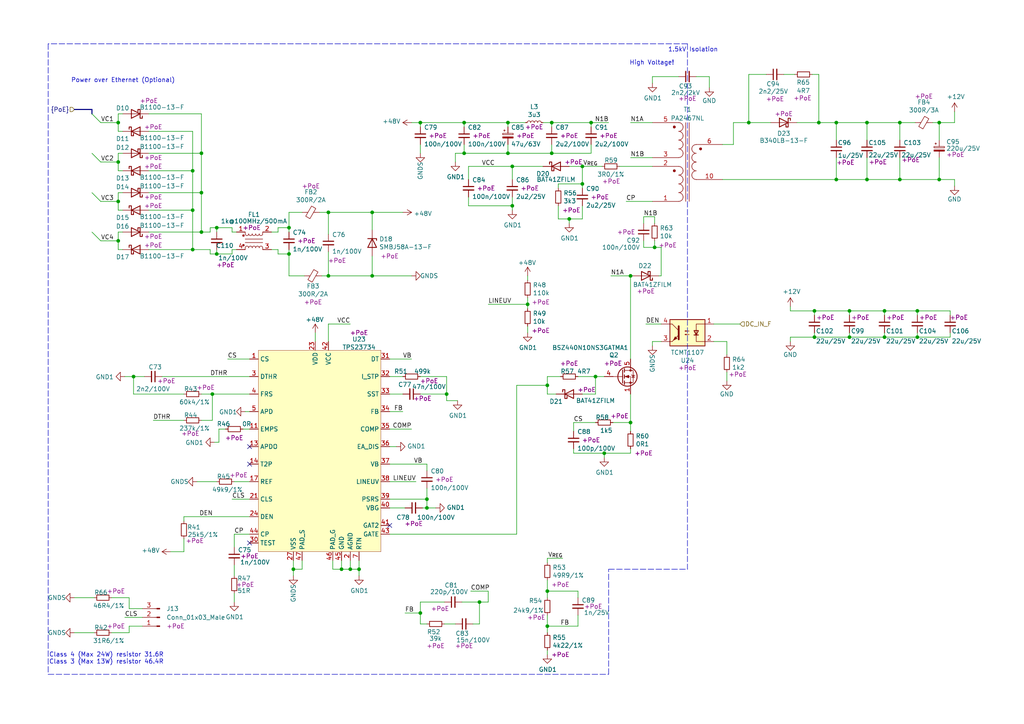
<source format=kicad_sch>
(kicad_sch (version 20210621) (generator eeschema)
  (paper "A4")
  (title_block (title "Power over Ethernet") (date "2021-01-12") (rev "0.1") (company "Nabu Casa") (comment 1 "www.nabucasa.com") (comment 2 "Amber"))
  (junction (at 34.29 35.56) (diameter 0.9144))
  (junction (at 34.29 46.99) (diameter 0.9144))
  (junction (at 34.29 58.42) (diameter 0.9144))
  (junction (at 34.29 69.85) (diameter 0.9144))
  (junction (at 38.735 109.22) (diameter 0.9144))
  (junction (at 55.88 49.53) (diameter 0.9144))
  (junction (at 55.88 60.96) (diameter 0.9144))
  (junction (at 55.88 72.39) (diameter 0.9144))
  (junction (at 58.42 44.45) (diameter 0.9144))
  (junction (at 58.42 55.88) (diameter 0.9144))
  (junction (at 58.42 67.31) (diameter 0.9144))
  (junction (at 61.595 114.3) (diameter 0.9144))
  (junction (at 62.865 66.04) (diameter 0.9144))
  (junction (at 62.865 73.66) (diameter 0.9144))
  (junction (at 83.82 66.04) (diameter 0.9144))
  (junction (at 83.82 73.66) (diameter 0.9144))
  (junction (at 85.09 165.1) (diameter 0.9144))
  (junction (at 95.25 61.595) (diameter 0.9144))
  (junction (at 95.25 80.01) (diameter 0.9144))
  (junction (at 99.06 165.1) (diameter 0.9144))
  (junction (at 101.6 165.1) (diameter 0.9144))
  (junction (at 104.14 165.1) (diameter 0.9144))
  (junction (at 107.95 61.595) (diameter 0.9144))
  (junction (at 107.95 80.01) (diameter 0.9144))
  (junction (at 121.92 35.56) (diameter 0.9144))
  (junction (at 121.92 177.8) (diameter 0.9144))
  (junction (at 123.825 144.78) (diameter 0.9144))
  (junction (at 123.825 147.32) (diameter 0.9144))
  (junction (at 129.54 114.3) (diameter 0.9144))
  (junction (at 134.62 35.56) (diameter 0.9144))
  (junction (at 134.62 44.45) (diameter 0.9144))
  (junction (at 139.065 174.625) (diameter 0.9144))
  (junction (at 147.32 35.56) (diameter 0.9144))
  (junction (at 147.32 44.45) (diameter 0.9144))
  (junction (at 148.59 48.26) (diameter 0.9144))
  (junction (at 148.59 59.69) (diameter 0.9144))
  (junction (at 153.035 88.265) (diameter 0.9144))
  (junction (at 158.75 111.76) (diameter 0.9144))
  (junction (at 158.75 171.45) (diameter 0.9144))
  (junction (at 158.75 181.61) (diameter 0.9144))
  (junction (at 160.02 35.56) (diameter 0.9144))
  (junction (at 160.02 44.45) (diameter 0.9144))
  (junction (at 165.1 63.5) (diameter 0.9144))
  (junction (at 168.91 48.26) (diameter 0.9144))
  (junction (at 168.91 53.34) (diameter 0.9144))
  (junction (at 171.45 35.56) (diameter 0.9144))
  (junction (at 172.72 109.22) (diameter 0.9144))
  (junction (at 175.26 131.445) (diameter 0.9144))
  (junction (at 182.88 80.01) (diameter 0.9144))
  (junction (at 182.88 122.555) (diameter 0.9144))
  (junction (at 189.865 71.755) (diameter 0.9144))
  (junction (at 217.17 35.56) (diameter 0.9144))
  (junction (at 236.22 90.17) (diameter 0.9144))
  (junction (at 236.22 97.79) (diameter 0.9144))
  (junction (at 237.49 35.56) (diameter 0.9144))
  (junction (at 242.57 35.56) (diameter 0.9144))
  (junction (at 242.57 52.07) (diameter 0.9144))
  (junction (at 246.38 90.17) (diameter 0.9144))
  (junction (at 246.38 97.79) (diameter 0.9144))
  (junction (at 251.46 35.56) (diameter 0.9144))
  (junction (at 251.46 52.07) (diameter 0.9144))
  (junction (at 256.54 90.17) (diameter 0.9144))
  (junction (at 256.54 97.79) (diameter 0.9144))
  (junction (at 260.985 35.56) (diameter 0.9144))
  (junction (at 260.985 52.07) (diameter 0.9144))
  (junction (at 266.065 90.17) (diameter 0.9144))
  (junction (at 266.065 97.79) (diameter 0.9144))
  (junction (at 272.415 35.56) (diameter 0.9144))
  (junction (at 272.415 52.07) (diameter 0.9144))
  (no_connect (at 72.39 129.54))
  (no_connect (at 72.39 134.62))
  (no_connect (at 72.39 157.48))
  (no_connect (at 113.03 152.4))
  (bus_entry (at 26.67 33.02) (size 2.54 2.54) (stroke (width 0.1524)))
  (bus_entry (at 26.67 44.45) (size 2.54 2.54) (stroke (width 0.1524)))
  (bus_entry (at 26.67 55.88) (size 2.54 2.54) (stroke (width 0.1524)))
  (bus_entry (at 26.67 67.31) (size 2.54 2.54) (stroke (width 0.1524)))
  (wire (pts (xy 21.59 173.355) (xy 27.305 173.355)))
  (wire (pts (xy 21.59 183.515) (xy 27.305 183.515)))
  (wire (pts (xy 29.21 35.56) (xy 34.29 35.56)))
  (wire (pts (xy 29.21 46.99) (xy 34.29 46.99)))
  (wire (pts (xy 29.21 58.42) (xy 34.29 58.42)))
  (wire (pts (xy 29.21 69.85) (xy 34.29 69.85)))
  (wire (pts (xy 34.29 33.02) (xy 34.29 35.56)))
  (wire (pts (xy 34.29 38.1) (xy 34.29 35.56)))
  (wire (pts (xy 34.29 44.45) (xy 34.29 46.99)))
  (wire (pts (xy 34.29 49.53) (xy 34.29 46.99)))
  (wire (pts (xy 34.29 55.88) (xy 34.29 58.42)))
  (wire (pts (xy 34.29 60.96) (xy 34.29 58.42)))
  (wire (pts (xy 34.29 67.31) (xy 34.29 69.85)))
  (wire (pts (xy 34.29 72.39) (xy 34.29 69.85)))
  (wire (pts (xy 35.56 33.02) (xy 34.29 33.02)))
  (wire (pts (xy 35.56 38.1) (xy 34.29 38.1)))
  (wire (pts (xy 35.56 44.45) (xy 34.29 44.45)))
  (wire (pts (xy 35.56 49.53) (xy 34.29 49.53)))
  (wire (pts (xy 35.56 55.88) (xy 34.29 55.88)))
  (wire (pts (xy 35.56 60.96) (xy 34.29 60.96)))
  (wire (pts (xy 35.56 67.31) (xy 34.29 67.31)))
  (wire (pts (xy 35.56 72.39) (xy 34.29 72.39)))
  (wire (pts (xy 36.195 109.22) (xy 38.735 109.22)))
  (wire (pts (xy 36.195 179.07) (xy 41.275 179.07)))
  (wire (pts (xy 37.465 173.355) (xy 32.385 173.355)))
  (wire (pts (xy 37.465 176.53) (xy 37.465 173.355)))
  (wire (pts (xy 37.465 181.61) (xy 37.465 183.515)))
  (wire (pts (xy 37.465 183.515) (xy 32.385 183.515)))
  (wire (pts (xy 38.735 109.22) (xy 41.91 109.22)))
  (wire (pts (xy 38.735 114.3) (xy 38.735 109.22)))
  (wire (pts (xy 41.275 176.53) (xy 37.465 176.53)))
  (wire (pts (xy 41.275 181.61) (xy 37.465 181.61)))
  (wire (pts (xy 43.18 33.02) (xy 58.42 33.02)))
  (wire (pts (xy 43.18 38.1) (xy 55.88 38.1)))
  (wire (pts (xy 43.18 44.45) (xy 58.42 44.45)))
  (wire (pts (xy 43.18 49.53) (xy 55.88 49.53)))
  (wire (pts (xy 43.18 55.88) (xy 58.42 55.88)))
  (wire (pts (xy 43.18 60.96) (xy 55.88 60.96)))
  (wire (pts (xy 43.18 67.31) (xy 58.42 67.31)))
  (wire (pts (xy 43.18 72.39) (xy 55.88 72.39)))
  (wire (pts (xy 44.45 121.92) (xy 53.34 121.92)))
  (wire (pts (xy 46.99 109.22) (xy 72.39 109.22)))
  (wire (pts (xy 53.34 114.3) (xy 38.735 114.3)))
  (wire (pts (xy 53.34 149.86) (xy 53.34 151.13)))
  (wire (pts (xy 53.34 156.21) (xy 53.34 160.02)))
  (wire (pts (xy 53.34 160.02) (xy 49.53 160.02)))
  (wire (pts (xy 55.88 38.1) (xy 55.88 49.53)))
  (wire (pts (xy 55.88 49.53) (xy 55.88 60.96)))
  (wire (pts (xy 55.88 60.96) (xy 55.88 72.39)))
  (wire (pts (xy 55.88 72.39) (xy 60.96 72.39)))
  (wire (pts (xy 57.15 139.7) (xy 62.865 139.7)))
  (wire (pts (xy 58.42 33.02) (xy 58.42 44.45)))
  (wire (pts (xy 58.42 44.45) (xy 58.42 55.88)))
  (wire (pts (xy 58.42 55.88) (xy 58.42 67.31)))
  (wire (pts (xy 58.42 67.31) (xy 60.96 67.31)))
  (wire (pts (xy 58.42 114.3) (xy 61.595 114.3)))
  (wire (pts (xy 58.42 121.92) (xy 61.595 121.92)))
  (wire (pts (xy 60.96 66.04) (xy 60.96 67.31)))
  (wire (pts (xy 60.96 72.39) (xy 60.96 73.66)))
  (wire (pts (xy 60.96 73.66) (xy 62.865 73.66)))
  (wire (pts (xy 61.595 114.3) (xy 72.39 114.3)))
  (wire (pts (xy 61.595 121.92) (xy 61.595 114.3)))
  (wire (pts (xy 62.865 66.04) (xy 60.96 66.04)))
  (wire (pts (xy 62.865 66.04) (xy 62.865 67.31)))
  (wire (pts (xy 62.865 72.39) (xy 62.865 73.66)))
  (wire (pts (xy 62.865 73.66) (xy 67.31 73.66)))
  (wire (pts (xy 63.5 124.46) (xy 63.5 128.27)))
  (wire (pts (xy 63.5 124.46) (xy 65.405 124.46)))
  (wire (pts (xy 63.5 128.27) (xy 62.23 128.27)))
  (wire (pts (xy 66.04 104.14) (xy 72.39 104.14)))
  (wire (pts (xy 67.31 66.04) (xy 62.865 66.04)))
  (wire (pts (xy 67.31 67.31) (xy 67.31 66.04)))
  (wire (pts (xy 67.31 72.39) (xy 68.58 72.39)))
  (wire (pts (xy 67.31 73.66) (xy 67.31 72.39)))
  (wire (pts (xy 67.31 144.78) (xy 72.39 144.78)))
  (wire (pts (xy 67.945 139.7) (xy 72.39 139.7)))
  (wire (pts (xy 67.945 154.94) (xy 67.945 158.75)))
  (wire (pts (xy 67.945 154.94) (xy 72.39 154.94)))
  (wire (pts (xy 67.945 163.83) (xy 67.945 167.005)))
  (wire (pts (xy 67.945 172.085) (xy 67.945 174.625)))
  (wire (pts (xy 68.58 67.31) (xy 67.31 67.31)))
  (wire (pts (xy 70.485 124.46) (xy 72.39 124.46)))
  (wire (pts (xy 71.12 119.38) (xy 72.39 119.38)))
  (wire (pts (xy 72.39 149.86) (xy 53.34 149.86)))
  (wire (pts (xy 78.74 67.31) (xy 80.645 67.31)))
  (wire (pts (xy 78.74 72.39) (xy 80.645 72.39)))
  (wire (pts (xy 80.645 66.04) (xy 83.82 66.04)))
  (wire (pts (xy 80.645 67.31) (xy 80.645 66.04)))
  (wire (pts (xy 80.645 72.39) (xy 80.645 73.66)))
  (wire (pts (xy 80.645 73.66) (xy 83.82 73.66)))
  (wire (pts (xy 83.82 61.595) (xy 83.82 66.04)))
  (wire (pts (xy 83.82 66.04) (xy 83.82 67.31)))
  (wire (pts (xy 83.82 73.66) (xy 83.82 72.39)))
  (wire (pts (xy 83.82 80.01) (xy 83.82 73.66)))
  (wire (pts (xy 85.09 165.1) (xy 85.09 162.56)))
  (wire (pts (xy 85.09 165.1) (xy 85.09 167.005)))
  (wire (pts (xy 87.63 61.595) (xy 83.82 61.595)))
  (wire (pts (xy 87.63 162.56) (xy 87.63 165.1)))
  (wire (pts (xy 87.63 165.1) (xy 85.09 165.1)))
  (wire (pts (xy 88.265 80.01) (xy 83.82 80.01)))
  (wire (pts (xy 91.44 96.52) (xy 91.44 99.06)))
  (wire (pts (xy 92.71 61.595) (xy 95.25 61.595)))
  (wire (pts (xy 93.345 80.01) (xy 95.25 80.01)))
  (wire (pts (xy 95.25 61.595) (xy 95.25 67.945)))
  (wire (pts (xy 95.25 61.595) (xy 107.95 61.595)))
  (wire (pts (xy 95.25 73.025) (xy 95.25 80.01)))
  (wire (pts (xy 95.25 80.01) (xy 107.95 80.01)))
  (wire (pts (xy 95.25 93.98) (xy 101.6 93.98)))
  (wire (pts (xy 95.25 99.06) (xy 95.25 93.98)))
  (wire (pts (xy 96.52 162.56) (xy 96.52 165.1)))
  (wire (pts (xy 96.52 165.1) (xy 99.06 165.1)))
  (wire (pts (xy 99.06 162.56) (xy 99.06 165.1)))
  (wire (pts (xy 99.06 165.1) (xy 101.6 165.1)))
  (wire (pts (xy 101.6 162.56) (xy 101.6 165.1)))
  (wire (pts (xy 101.6 165.1) (xy 104.14 165.1)))
  (wire (pts (xy 104.14 165.1) (xy 104.14 162.56)))
  (wire (pts (xy 104.14 165.1) (xy 104.14 167.005)))
  (wire (pts (xy 107.95 61.595) (xy 116.84 61.595)))
  (wire (pts (xy 107.95 66.675) (xy 107.95 61.595)))
  (wire (pts (xy 107.95 74.295) (xy 107.95 80.01)))
  (wire (pts (xy 107.95 80.01) (xy 119.38 80.01)))
  (wire (pts (xy 113.03 104.14) (xy 119.38 104.14)))
  (wire (pts (xy 113.03 109.22) (xy 116.84 109.22)))
  (wire (pts (xy 113.03 114.3) (xy 116.84 114.3)))
  (wire (pts (xy 113.03 119.38) (xy 116.84 119.38)))
  (wire (pts (xy 113.03 124.46) (xy 119.38 124.46)))
  (wire (pts (xy 113.03 129.54) (xy 114.935 129.54)))
  (wire (pts (xy 113.03 134.62) (xy 123.825 134.62)))
  (wire (pts (xy 113.03 139.7) (xy 120.65 139.7)))
  (wire (pts (xy 113.03 144.78) (xy 123.825 144.78)))
  (wire (pts (xy 113.03 147.32) (xy 117.475 147.32)))
  (wire (pts (xy 113.03 154.94) (xy 149.86 154.94)))
  (wire (pts (xy 117.475 177.8) (xy 121.92 177.8)))
  (wire (pts (xy 119.38 35.56) (xy 121.92 35.56)))
  (wire (pts (xy 121.92 35.56) (xy 121.92 36.83)))
  (wire (pts (xy 121.92 35.56) (xy 134.62 35.56)))
  (wire (pts (xy 121.92 41.91) (xy 121.92 44.45)))
  (wire (pts (xy 121.92 109.22) (xy 129.54 109.22)))
  (wire (pts (xy 121.92 114.3) (xy 129.54 114.3)))
  (wire (pts (xy 121.92 174.625) (xy 121.92 177.8)))
  (wire (pts (xy 121.92 180.975) (xy 121.92 177.8)))
  (wire (pts (xy 122.555 147.32) (xy 123.825 147.32)))
  (wire (pts (xy 123.825 134.62) (xy 123.825 136.525)))
  (wire (pts (xy 123.825 141.605) (xy 123.825 144.78)))
  (wire (pts (xy 123.825 144.78) (xy 123.825 147.32)))
  (wire (pts (xy 123.825 147.32) (xy 126.365 147.32)))
  (wire (pts (xy 123.825 180.975) (xy 121.92 180.975)))
  (wire (pts (xy 128.905 174.625) (xy 121.92 174.625)))
  (wire (pts (xy 128.905 180.975) (xy 132.08 180.975)))
  (wire (pts (xy 129.54 109.22) (xy 129.54 114.3)))
  (wire (pts (xy 129.54 116.205) (xy 129.54 114.3)))
  (wire (pts (xy 132.08 44.45) (xy 132.08 46.99)))
  (wire (pts (xy 132.715 116.205) (xy 129.54 116.205)))
  (wire (pts (xy 133.985 174.625) (xy 139.065 174.625)))
  (wire (pts (xy 134.62 35.56) (xy 134.62 36.83)))
  (wire (pts (xy 134.62 35.56) (xy 147.32 35.56)))
  (wire (pts (xy 134.62 41.91) (xy 134.62 44.45)))
  (wire (pts (xy 134.62 44.45) (xy 132.08 44.45)))
  (wire (pts (xy 134.62 44.45) (xy 147.32 44.45)))
  (wire (pts (xy 135.89 48.26) (xy 135.89 52.07)))
  (wire (pts (xy 135.89 48.26) (xy 148.59 48.26)))
  (wire (pts (xy 135.89 57.15) (xy 135.89 59.69)))
  (wire (pts (xy 135.89 59.69) (xy 148.59 59.69)))
  (wire (pts (xy 137.16 180.975) (xy 139.065 180.975)))
  (wire (pts (xy 139.065 174.625) (xy 141.605 174.625)))
  (wire (pts (xy 139.065 180.975) (xy 139.065 174.625)))
  (wire (pts (xy 141.605 88.265) (xy 153.035 88.265)))
  (wire (pts (xy 141.605 171.45) (xy 136.525 171.45)))
  (wire (pts (xy 141.605 174.625) (xy 141.605 171.45)))
  (wire (pts (xy 147.32 35.56) (xy 147.32 36.83)))
  (wire (pts (xy 147.32 35.56) (xy 152.4 35.56)))
  (wire (pts (xy 147.32 41.91) (xy 147.32 44.45)))
  (wire (pts (xy 147.32 44.45) (xy 160.02 44.45)))
  (wire (pts (xy 148.59 48.26) (xy 148.59 52.07)))
  (wire (pts (xy 148.59 48.26) (xy 157.48 48.26)))
  (wire (pts (xy 148.59 57.15) (xy 148.59 59.69)))
  (wire (pts (xy 148.59 59.69) (xy 148.59 60.96)))
  (wire (pts (xy 149.86 111.76) (xy 158.75 111.76)))
  (wire (pts (xy 149.86 154.94) (xy 149.86 111.76)))
  (wire (pts (xy 153.035 80.01) (xy 153.035 81.28)))
  (wire (pts (xy 153.035 86.36) (xy 153.035 88.265)))
  (wire (pts (xy 153.035 88.265) (xy 153.035 89.535)))
  (wire (pts (xy 153.035 94.615) (xy 153.035 96.52)))
  (wire (pts (xy 157.48 35.56) (xy 160.02 35.56)))
  (wire (pts (xy 158.75 109.22) (xy 162.56 109.22)))
  (wire (pts (xy 158.75 111.76) (xy 158.75 109.22)))
  (wire (pts (xy 158.75 114.3) (xy 158.75 111.76)))
  (wire (pts (xy 158.75 161.925) (xy 163.195 161.925)))
  (wire (pts (xy 158.75 163.195) (xy 158.75 161.925)))
  (wire (pts (xy 158.75 168.275) (xy 158.75 171.45)))
  (wire (pts (xy 158.75 171.45) (xy 158.75 173.355)))
  (wire (pts (xy 158.75 171.45) (xy 167.64 171.45)))
  (wire (pts (xy 158.75 178.435) (xy 158.75 181.61)))
  (wire (pts (xy 158.75 181.61) (xy 158.75 183.515)))
  (wire (pts (xy 158.75 188.595) (xy 158.75 189.865)))
  (wire (pts (xy 160.02 35.56) (xy 160.02 36.83)))
  (wire (pts (xy 160.02 35.56) (xy 171.45 35.56)))
  (wire (pts (xy 160.02 41.91) (xy 160.02 44.45)))
  (wire (pts (xy 160.02 44.45) (xy 171.45 44.45)))
  (wire (pts (xy 161.29 114.3) (xy 158.75 114.3)))
  (wire (pts (xy 161.925 53.34) (xy 168.91 53.34)))
  (wire (pts (xy 161.925 54.61) (xy 161.925 53.34)))
  (wire (pts (xy 161.925 59.69) (xy 161.925 63.5)))
  (wire (pts (xy 161.925 63.5) (xy 165.1 63.5)))
  (wire (pts (xy 165.1 48.26) (xy 168.91 48.26)))
  (wire (pts (xy 165.1 63.5) (xy 165.1 64.77)))
  (wire (pts (xy 165.1 63.5) (xy 168.91 63.5)))
  (wire (pts (xy 166.37 122.555) (xy 166.37 125.095)))
  (wire (pts (xy 166.37 131.445) (xy 166.37 130.175)))
  (wire (pts (xy 167.64 173.355) (xy 167.64 171.45)))
  (wire (pts (xy 167.64 178.435) (xy 167.64 181.61)))
  (wire (pts (xy 167.64 181.61) (xy 158.75 181.61)))
  (wire (pts (xy 168.91 48.26) (xy 168.91 53.34)))
  (wire (pts (xy 168.91 48.26) (xy 174.625 48.26)))
  (wire (pts (xy 168.91 53.34) (xy 168.91 54.61)))
  (wire (pts (xy 168.91 63.5) (xy 168.91 59.69)))
  (wire (pts (xy 168.91 114.3) (xy 172.72 114.3)))
  (wire (pts (xy 171.45 35.56) (xy 171.45 36.83)))
  (wire (pts (xy 171.45 35.56) (xy 176.53 35.56)))
  (wire (pts (xy 171.45 41.91) (xy 171.45 44.45)))
  (wire (pts (xy 172.72 109.22) (xy 167.64 109.22)))
  (wire (pts (xy 172.72 109.22) (xy 175.26 109.22)))
  (wire (pts (xy 172.72 114.3) (xy 172.72 109.22)))
  (wire (pts (xy 172.72 122.555) (xy 166.37 122.555)))
  (wire (pts (xy 175.26 131.445) (xy 166.37 131.445)))
  (wire (pts (xy 175.26 131.445) (xy 175.26 132.715)))
  (wire (pts (xy 177.165 80.01) (xy 182.88 80.01)))
  (wire (pts (xy 177.8 122.555) (xy 182.88 122.555)))
  (wire (pts (xy 179.705 48.26) (xy 189.23 48.26)))
  (wire (pts (xy 181.61 58.42) (xy 189.23 58.42)))
  (wire (pts (xy 182.88 35.56) (xy 189.23 35.56)))
  (wire (pts (xy 182.88 45.72) (xy 189.23 45.72)))
  (wire (pts (xy 182.88 80.01) (xy 182.88 104.14)))
  (wire (pts (xy 182.88 80.01) (xy 183.515 80.01)))
  (wire (pts (xy 182.88 114.3) (xy 182.88 122.555)))
  (wire (pts (xy 182.88 122.555) (xy 182.88 125.095)))
  (wire (pts (xy 182.88 130.175) (xy 182.88 131.445)))
  (wire (pts (xy 182.88 131.445) (xy 175.26 131.445)))
  (wire (pts (xy 186.69 62.865) (xy 186.69 64.77)))
  (wire (pts (xy 186.69 69.85) (xy 186.69 71.755)))
  (wire (pts (xy 186.69 71.755) (xy 189.865 71.755)))
  (wire (pts (xy 189.23 22.225) (xy 189.23 24.13)))
  (wire (pts (xy 189.23 99.06) (xy 189.23 100.33)))
  (wire (pts (xy 189.865 62.865) (xy 186.69 62.865)))
  (wire (pts (xy 189.865 64.77) (xy 189.865 62.865)))
  (wire (pts (xy 189.865 71.755) (xy 189.865 69.85)))
  (wire (pts (xy 191.135 80.01) (xy 191.77 80.01)))
  (wire (pts (xy 191.77 71.755) (xy 189.865 71.755)))
  (wire (pts (xy 191.77 80.01) (xy 191.77 71.755)))
  (wire (pts (xy 191.77 93.98) (xy 187.325 93.98)))
  (wire (pts (xy 191.77 99.06) (xy 189.23 99.06)))
  (wire (pts (xy 196.85 22.225) (xy 189.23 22.225)))
  (wire (pts (xy 205.74 22.225) (xy 201.93 22.225)))
  (wire (pts (xy 205.74 25.4) (xy 205.74 22.225)))
  (wire (pts (xy 207.01 93.98) (xy 214.63 93.98)))
  (wire (pts (xy 207.01 99.06) (xy 210.82 99.06)))
  (wire (pts (xy 209.55 41.91) (xy 212.725 41.91)))
  (wire (pts (xy 209.55 52.07) (xy 242.57 52.07)))
  (wire (pts (xy 210.82 99.06) (xy 210.82 102.87)))
  (wire (pts (xy 210.82 107.95) (xy 210.82 110.49)))
  (wire (pts (xy 212.725 35.56) (xy 217.17 35.56)))
  (wire (pts (xy 212.725 41.91) (xy 212.725 35.56)))
  (wire (pts (xy 217.17 21.59) (xy 217.17 35.56)))
  (wire (pts (xy 217.17 35.56) (xy 223.52 35.56)))
  (wire (pts (xy 222.25 21.59) (xy 217.17 21.59)))
  (wire (pts (xy 227.33 21.59) (xy 230.505 21.59)))
  (wire (pts (xy 229.235 90.17) (xy 229.235 88.9)))
  (wire (pts (xy 229.235 90.17) (xy 236.22 90.17)))
  (wire (pts (xy 229.235 97.79) (xy 229.235 99.06)))
  (wire (pts (xy 229.235 97.79) (xy 236.22 97.79)))
  (wire (pts (xy 231.14 35.56) (xy 237.49 35.56)))
  (wire (pts (xy 235.585 21.59) (xy 237.49 21.59)))
  (wire (pts (xy 236.22 90.17) (xy 236.22 91.44)))
  (wire (pts (xy 236.22 90.17) (xy 246.38 90.17)))
  (wire (pts (xy 236.22 96.52) (xy 236.22 97.79)))
  (wire (pts (xy 236.22 97.79) (xy 246.38 97.79)))
  (wire (pts (xy 237.49 21.59) (xy 237.49 35.56)))
  (wire (pts (xy 237.49 35.56) (xy 242.57 35.56)))
  (wire (pts (xy 242.57 35.56) (xy 242.57 40.64)))
  (wire (pts (xy 242.57 35.56) (xy 251.46 35.56)))
  (wire (pts (xy 242.57 45.72) (xy 242.57 52.07)))
  (wire (pts (xy 242.57 52.07) (xy 251.46 52.07)))
  (wire (pts (xy 246.38 90.17) (xy 246.38 91.44)))
  (wire (pts (xy 246.38 90.17) (xy 256.54 90.17)))
  (wire (pts (xy 246.38 96.52) (xy 246.38 97.79)))
  (wire (pts (xy 246.38 97.79) (xy 256.54 97.79)))
  (wire (pts (xy 251.46 35.56) (xy 251.46 40.64)))
  (wire (pts (xy 251.46 35.56) (xy 260.985 35.56)))
  (wire (pts (xy 251.46 45.72) (xy 251.46 52.07)))
  (wire (pts (xy 251.46 52.07) (xy 260.985 52.07)))
  (wire (pts (xy 256.54 90.17) (xy 256.54 91.44)))
  (wire (pts (xy 256.54 90.17) (xy 266.065 90.17)))
  (wire (pts (xy 256.54 96.52) (xy 256.54 97.79)))
  (wire (pts (xy 256.54 97.79) (xy 266.065 97.79)))
  (wire (pts (xy 260.985 35.56) (xy 260.985 40.64)))
  (wire (pts (xy 260.985 35.56) (xy 265.43 35.56)))
  (wire (pts (xy 260.985 45.72) (xy 260.985 52.07)))
  (wire (pts (xy 260.985 52.07) (xy 272.415 52.07)))
  (wire (pts (xy 266.065 90.17) (xy 266.065 91.44)))
  (wire (pts (xy 266.065 90.17) (xy 275.59 90.17)))
  (wire (pts (xy 266.065 96.52) (xy 266.065 97.79)))
  (wire (pts (xy 266.065 97.79) (xy 275.59 97.79)))
  (wire (pts (xy 270.51 35.56) (xy 272.415 35.56)))
  (wire (pts (xy 272.415 35.56) (xy 272.415 40.64)))
  (wire (pts (xy 272.415 35.56) (xy 276.86 35.56)))
  (wire (pts (xy 272.415 45.72) (xy 272.415 52.07)))
  (wire (pts (xy 272.415 52.07) (xy 276.86 52.07)))
  (wire (pts (xy 275.59 90.17) (xy 275.59 91.44)))
  (wire (pts (xy 275.59 96.52) (xy 275.59 97.79)))
  (wire (pts (xy 276.86 35.56) (xy 276.86 32.385)))
  (wire (pts (xy 276.86 52.07) (xy 276.86 53.975)))
  (bus (pts (xy 21.59 31.75) (xy 26.67 31.75)))
  (bus (pts (xy 26.67 31.75) (xy 26.67 67.31)))
  (polyline (pts (xy 13.97 12.7) (xy 13.97 195.58)) (stroke (width 0) (type dash)))
  (polyline (pts (xy 13.97 195.58) (xy 176.53 195.58)) (stroke (width 0) (type dash)))
  (polyline (pts (xy 176.53 165.1) (xy 199.39 165.1)) (stroke (width 0) (type dash)))
  (polyline (pts (xy 176.53 195.58) (xy 176.53 165.1)) (stroke (width 0) (type dash)))
  (polyline (pts (xy 199.39 12.7) (xy 13.97 12.7)) (stroke (width 0) (type dash)))
  (polyline (pts (xy 199.39 12.7) (xy 199.39 165.1)) (stroke (width 0) (type dash)))
  (text "Class 4 (Max 24W) resistor 31.6R\nClass 3 (Max 13W) resistor 46.4R" (at 47.498 192.786 0) (effects (font (size 1.27 1.27)) (justify right bottom)))
  (text "Power over Ethernet (Optional)" (at 50.8 24.13 180) (effects (font (size 1.27 1.27)) (justify right bottom)))
  (text "High Voltage!" (at 195.58 19.05 180) (effects (font (size 1.27 1.27)) (justify right bottom)))
  (text "1.5kV Isolation" (at 208.28 15.24 180) (effects (font (size 1.27 1.27)) (justify right bottom)))
  (label "VC1" (at 33.02 35.56 180))
  (label "VC2" (at 33.02 46.99 180))
  (label "VC3" (at 33.02 58.42 180))
  (label "VC4" (at 33.02 69.85 180))
  (label "CLS" (at 36.195 179.07 0))
  (label "DTHR" (at 44.45 121.92 0))
  (label "DEN" (at 57.785 149.86 0))
  (label "DTHR" (at 60.96 109.22 0))
  (label "CS" (at 66.04 104.14 0))
  (label "CLS" (at 67.31 144.78 0))
  (label "CP" (at 67.945 154.94 0))
  (label "VCC" (at 101.6 93.98 180))
  (label "FB" (at 116.84 119.38 180))
  (label "FB" (at 117.475 177.8 0))
  (label "VB" (at 119.38 104.14 180))
  (label "COMP" (at 119.38 124.46 180))
  (label "LINEUV" (at 120.65 139.7 180))
  (label "VB" (at 122.555 134.62 180))
  (label "COMP" (at 136.525 171.45 0))
  (label "VCC" (at 139.7 48.26 0))
  (label "LINEUV" (at 141.605 88.265 0))
  (label "V_{REG}" (at 163.195 161.925 180))
  (label "FB" (at 165.1 181.61 180))
  (label "CS" (at 166.37 122.555 0))
  (label "V_{REG}" (at 173.355 48.26 180))
  (label "N1B" (at 176.53 35.56 180))
  (label "N1A" (at 177.165 80.01 0))
  (label "CP" (at 181.61 58.42 0))
  (label "N1A" (at 182.88 35.56 0))
  (label "N1B" (at 182.88 45.72 0))
  (label "N1B" (at 186.69 62.865 0))
  (label "DEN" (at 187.325 93.98 0))
  (hierarchical_label "{PoE}" (shape input) (at 21.59 31.75 180))
  (hierarchical_label "DC_IN_F" (shape input) (at 214.63 93.98 0))
  (symbol (lib_id "power:+48V") (at 49.53 160.02 90) (unit 1)
    (property "Reference" "#PWR0156" (effects hide))
    (property "Value" "+48V" (at 46.3549 159.6517 90) (effects (justify left)))
  )
  (symbol (lib_id "power:+48V") (at 91.44 96.52 0) (unit 1)
    (property "Reference" "#PWR0164" (effects hide))
    (property "Value" "+48V" (at 88.6333 92.7099 0) (effects (justify left)))
  )
  (symbol (lib_id "power:+48V") (at 116.84 61.595 270) (unit 1)
    (property "Reference" "#PWR0165" (effects hide))
    (property "Value" "+48V" (at 120.0151 61.9633 90) (effects (justify left)))
  )
  (symbol (lib_id "power:+48V") (at 119.38 35.56 90) (unit 1)
    (property "Reference" "#PWR0169" (effects hide))
    (property "Value" "+48V" (at 116.2049 35.1917 90) (effects (justify left)))
  )
  (symbol (lib_id "power:+48V") (at 153.035 80.01 0) (unit 1)
    (property "Reference" "#PWR0167" (effects hide))
    (property "Value" "+48V" (at 150.2283 76.1999 0) (effects (justify left)))
  )
  (symbol (lib_id "power:+12V") (at 229.235 88.9 0) (unit 1)
    (property "Reference" "#PWR0186" (effects hide))
    (property "Value" "+12V" (at 229.6033 84.5756 0))
  )
  (symbol (lib_id "power:+12V") (at 276.86 32.385 0) (unit 1)
    (property "Reference" "#PWR0188" (effects hide))
    (property "Value" "+12V" (at 277.2283 28.0606 0))
  )
  (symbol (lib_id "Device:L_Small") (at 154.94 35.56 90) (unit 1)
    (property "Reference" "L3" (at 154.94 30.9688 90))
    (property "Value" "3u3" (at 154.94 33.267 90))
    (property "Footprint" "Inductor_SMD:L_Taiyo-Yuden_NR-80xx" (effects hide))
    (property "Config" "+PoE" (at 154.94 36.83 90))
    (property "Manufacturer" "Taiyo Yuden" (effects hide))
    (property "PartNumber" "NRS8030T3R3MJGJ" (effects hide))
  )
  (symbol (lib_id "power:GNDS") (at 21.59 173.355 270) (unit 1)
    (property "Reference" "#PWR037" (effects hide))
    (property "Value" "GNDS" (at 16.51 173.355 90))
  )
  (symbol (lib_id "power:GNDS") (at 21.59 183.515 270) (unit 1)
    (property "Reference" "#PWR040" (effects hide))
    (property "Value" "GNDS" (at 16.51 183.515 90))
  )
  (symbol (lib_id "power:GND1") (at 36.195 109.22 270) (unit 1)
    (property "Reference" "#PWR0154" (effects hide))
    (property "Value" "GND1" (at 33.0199 109.3343 90) (effects (justify right)))
  )
  (symbol (lib_id "power:GNDS") (at 57.15 139.7 270) (unit 1)
    (property "Reference" "#PWR062" (effects hide))
    (property "Value" "GNDS" (at 52.07 139.7 90))
  )
  (symbol (lib_id "power:GND1") (at 62.23 128.27 270) (unit 1)
    (property "Reference" "#PWR0158" (effects hide))
    (property "Value" "GND1" (at 59.0549 128.3843 90) (effects (justify right)))
  )
  (symbol (lib_id "power:GND1") (at 67.945 174.625 0) (unit 1)
    (property "Reference" "#PWR0159" (effects hide))
    (property "Value" "GND1" (at 68.0593 178.9494 0))
  )
  (symbol (lib_id "power:GND1") (at 71.12 119.38 270) (unit 1)
    (property "Reference" "#PWR0160" (effects hide))
    (property "Value" "GND1" (at 66.1606 119.4943 90))
  )
  (symbol (lib_id "power:GNDS") (at 85.09 167.005 0) (unit 1)
    (property "Reference" "#PWR070" (effects hide))
    (property "Value" "GNDS" (at 85.09 172.085 90))
  )
  (symbol (lib_id "power:GND1") (at 104.14 167.005 0) (unit 1)
    (property "Reference" "#PWR0166" (effects hide))
    (property "Value" "GND1" (at 104.2543 171.3294 0))
  )
  (symbol (lib_id "power:GND1") (at 114.935 129.54 90) (unit 1)
    (property "Reference" "#PWR0171" (effects hide))
    (property "Value" "GND1" (at 118.1101 129.4257 90) (effects (justify right)))
  )
  (symbol (lib_id "power:GNDS") (at 119.38 80.01 90) (unit 1)
    (property "Reference" "#PWR073" (effects hide))
    (property "Value" "GNDS" (at 124.46 80.01 90))
  )
  (symbol (lib_id "power:GNDS") (at 121.92 44.45 0) (unit 1)
    (property "Reference" "#PWR076" (effects hide))
    (property "Value" "GNDS" (at 121.92 49.53 90))
  )
  (symbol (lib_id "power:GND1") (at 126.365 147.32 90) (unit 1)
    (property "Reference" "#PWR0172" (effects hide))
    (property "Value" "GND1" (at 129.5401 147.2057 90) (effects (justify right)))
  )
  (symbol (lib_id "power:GND1") (at 132.08 46.99 0) (unit 1)
    (property "Reference" "#PWR0173" (effects hide))
    (property "Value" "GND1" (at 132.1943 51.3144 0))
  )
  (symbol (lib_id "power:GND1") (at 132.715 116.205 0) (unit 1)
    (property "Reference" "#PWR0174" (effects hide))
    (property "Value" "GND1" (at 132.8293 120.5294 0))
  )
  (symbol (lib_id "power:GND1") (at 148.59 60.96 0) (unit 1)
    (property "Reference" "#PWR0175" (effects hide))
    (property "Value" "GND1" (at 148.7043 65.2844 0))
  )
  (symbol (lib_id "power:GND1") (at 153.035 96.52 0) (unit 1)
    (property "Reference" "#PWR0168" (effects hide))
    (property "Value" "GND1" (at 153.1493 100.8444 0))
  )
  (symbol (lib_id "power:GND1") (at 158.75 189.865 0) (unit 1)
    (property "Reference" "#PWR0176" (effects hide))
    (property "Value" "GND1" (at 158.8643 194.1894 0))
  )
  (symbol (lib_id "power:GND1") (at 165.1 64.77 0) (unit 1)
    (property "Reference" "#PWR0177" (effects hide))
    (property "Value" "GND1" (at 165.2143 69.0944 0))
  )
  (symbol (lib_id "power:GND1") (at 175.26 132.715 0) (unit 1)
    (property "Reference" "#PWR0178" (effects hide))
    (property "Value" "GND1" (at 175.3743 137.0394 0))
  )
  (symbol (lib_id "power:GND1") (at 189.23 24.13 0) (unit 1)
    (property "Reference" "#PWR0179" (effects hide))
    (property "Value" "GND1" (at 189.3443 28.4544 0))
  )
  (symbol (lib_id "power:GNDS") (at 189.23 100.33 0) (unit 1)
    (property "Reference" "#PWR077" (effects hide))
    (property "Value" "GNDS" (at 189.23 105.41 90))
  )
  (symbol (lib_id "power:GND") (at 205.74 25.4 0) (unit 1)
    (property "Reference" "#PWR0182" (effects hide))
    (property "Value" "GND" (at 207.7593 29.2101 0) (effects (justify right)))
  )
  (symbol (lib_id "power:GND") (at 210.82 110.49 0) (unit 1)
    (property "Reference" "#PWR0183" (effects hide))
    (property "Value" "GND" (at 212.8393 114.3001 0) (effects (justify right)))
  )
  (symbol (lib_id "power:GND") (at 229.235 99.06 0) (unit 1)
    (property "Reference" "#PWR0187" (effects hide))
    (property "Value" "GND" (at 231.2543 102.8701 0) (effects (justify right)))
  )
  (symbol (lib_id "power:GND") (at 276.86 53.975 0) (unit 1)
    (property "Reference" "#PWR0189" (effects hide))
    (property "Value" "GND" (at 278.8793 57.7851 0) (effects (justify right)))
  )
  (symbol (lib_id "Device:R_Small") (at 29.845 173.355 90) (unit 1)
    (property "Reference" "R66" (at 31.2356 171.8563 90) (effects (justify left)))
    (property "Value" "46R4/1%" (at 36.074 175.666 90) (effects (justify left)))
    (property "Footprint" "Resistor_SMD:R_0402_1005Metric" (effects hide))
    (property "Config" "+PoE" (at 33.655 171.45 90))
  )
  (symbol (lib_id "Device:R_Small") (at 29.845 183.515 90) (unit 1)
    (property "Reference" "R42" (at 31.2356 182.0163 90) (effects (justify left)))
    (property "Value" "31R6/1%" (at 36.074 185.826 90) (effects (justify left)))
    (property "Footprint" "Resistor_SMD:R_0402_1005Metric" (effects hide))
    (property "Config" "+PoE" (at 33.655 181.61 90))
  )
  (symbol (lib_id "Device:R_Small") (at 53.34 153.67 180) (unit 1)
    (property "Reference" "R41" (at 58.1913 152.9144 0) (effects (justify left)))
    (property "Value" "25k5/1%" (at 63.271 155.061 0) (effects (justify left)))
    (property "Footprint" "Resistor_SMD:R_0402_1005Metric" (effects hide))
    (property "Config" "+PoE" (at 56.515 156.845 0))
  )
  (symbol (lib_id "Device:R_Small") (at 55.88 114.3 90) (unit 1)
    (property "Reference" "R43" (at 57.2706 112.8013 90) (effects (justify left)))
    (property "Value" "60k4/1%" (at 60.839 116.611 90) (effects (justify left)))
    (property "Footprint" "Resistor_SMD:R_0402_1005Metric" (effects hide))
    (property "Config" "+PoE" (at 59.69 112.395 90))
  )
  (symbol (lib_id "Device:R_Small") (at 55.88 121.92 90) (unit 1)
    (property "Reference" "R44" (at 57.2706 120.4213 90) (effects (justify left)))
    (property "Value" "237k/1%" (at 60.839 124.231 90) (effects (justify left)))
    (property "Footprint" "Resistor_SMD:R_0402_1005Metric" (effects hide))
    (property "Config" "+PoE" (at 55.245 125.73 90))
  )
  (symbol (lib_id "Device:R_Small") (at 65.405 139.7 90) (unit 1)
    (property "Reference" "R45" (at 66.7956 138.2013 90) (effects (justify left)))
    (property "Value" "49k9/1%" (at 70.364 142.011 90) (effects (justify left)))
    (property "Footprint" "Resistor_SMD:R_0402_1005Metric" (effects hide))
    (property "Config" "+PoE" (at 69.215 137.795 90))
  )
  (symbol (lib_id "Device:R_Small") (at 67.945 124.46 90) (unit 1)
    (property "Reference" "R46" (at 66.7956 122.9613 90) (effects (justify left)))
    (property "Value" "0R" (at 72.904 122.961 90) (effects (justify left)))
    (property "Footprint" "Resistor_SMD:R_0402_1005Metric" (effects hide))
    (property "Config" "+PoE" (at 67.945 127 90))
  )
  (symbol (lib_id "Device:R_Small") (at 67.945 169.545 0) (unit 1)
    (property "Reference" "R47" (at 68.8087 167.7606 0) (effects (justify left)))
    (property "Value" "51R" (at 68.809 171.329 0) (effects (justify left)))
    (property "Footprint" "Resistor_SMD:R_0805_2012Metric" (effects hide))
    (property "Config" "+PoE" (at 71.12 169.545 0))
  )
  (symbol (lib_id "Device:R_Small") (at 119.38 109.22 90) (unit 1)
    (property "Reference" "R51" (at 118.2306 107.7213 90) (effects (justify left)))
    (property "Value" "499k" (at 124.974 107.721 90) (effects (justify left)))
    (property "Footprint" "Resistor_SMD:R_0402_1005Metric" (effects hide))
    (property "Config" "+PoE" (at 124.46 110.49 90))
  )
  (symbol (lib_id "Device:R_Small") (at 126.365 180.975 90) (unit 1)
    (property "Reference" "R52" (at 127.7556 183.2863 90) (effects (justify left)))
    (property "Value" "39k" (at 128.149 185.191 90) (effects (justify left)))
    (property "Footprint" "Resistor_SMD:R_0402_1005Metric" (effects hide))
    (property "Config" "+PoE" (at 126.365 187.325 90))
  )
  (symbol (lib_id "Device:R_Small") (at 153.035 83.82 0) (unit 1)
    (property "Reference" "R48" (at 154.5337 82.6706 0) (effects (justify left)))
    (property "Value" "110k" (at 154.534 84.969 0) (effects (justify left)))
    (property "Footprint" "Resistor_SMD:R_0402_1005Metric" (effects hide))
    (property "Config" "+PoE" (at 156.845 87.63 0))
  )
  (symbol (lib_id "Device:R_Small") (at 153.035 92.075 0) (unit 1)
    (property "Reference" "R49" (at 154.5337 90.9256 0) (effects (justify left)))
    (property "Value" "10k" (at 154.534 93.224 0) (effects (justify left)))
    (property "Footprint" "Resistor_SMD:R_0402_1005Metric" (effects hide))
    (property "Config" "+PoE" (at 156.845 95.885 0))
  )
  (symbol (lib_id "Device:R_Small") (at 158.75 165.735 0) (unit 1)
    (property "Reference" "R53" (at 160.2487 164.5856 0) (effects (justify left)))
    (property "Value" "49R9/1%" (at 160.249 166.884 0) (effects (justify left)))
    (property "Footprint" "Resistor_SMD:R_0402_1005Metric" (effects hide))
    (property "Config" "+PoE" (at 162.56 169.545 0))
  )
  (symbol (lib_id "Device:R_Small") (at 158.75 175.895 0) (unit 1)
    (property "Reference" "R54" (at 153.3907 174.2376 0) (effects (justify left)))
    (property "Value" "24k9/1%" (at 148.819 177.044 0) (effects (justify left)))
    (property "Footprint" "Resistor_SMD:R_0402_1005Metric" (effects hide))
    (property "Config" "+PoE" (at 155.575 179.07 0))
  )
  (symbol (lib_id "Device:R_Small") (at 158.75 186.055 0) (unit 1)
    (property "Reference" "R55" (at 160.2487 184.9056 0) (effects (justify left)))
    (property "Value" "4k22/1%" (at 160.249 187.204 0) (effects (justify left)))
    (property "Footprint" "Resistor_SMD:R_0402_1005Metric" (effects hide))
    (property "Config" "+PoE" (at 162.56 189.865 0))
  )
  (symbol (lib_id "Device:R_Small") (at 161.925 57.15 0) (unit 1)
    (property "Reference" "R56" (at 163.4237 56.0006 0) (effects (justify left)))
    (property "Value" "3k3" (at 163.424 58.299 0) (effects (justify left)))
    (property "Footprint" "Resistor_SMD:R_0402_1005Metric" (effects hide))
    (property "Config" "+PoE" (at 165.735 60.96 0))
  )
  (symbol (lib_id "Device:R_Small") (at 165.1 109.22 90) (unit 1)
    (property "Reference" "R57" (at 166.4906 107.7213 90) (effects (justify left)))
    (property "Value" "4R7" (at 171.329 107.721 90) (effects (justify left)))
    (property "Footprint" "Resistor_SMD:R_1206_3216Metric" (effects hide))
    (property "Config" "+PoE" (at 165.1 105.41 90))
  )
  (symbol (lib_id "Device:R_Small") (at 175.26 122.555 90) (unit 1)
    (property "Reference" "R58" (at 176.6506 121.0563 90) (effects (justify left)))
    (property "Value" "1k5" (at 177.679 124.866 90) (effects (justify left)))
    (property "Footprint" "Resistor_SMD:R_0402_1005Metric" (effects hide))
    (property "Config" "+PoE" (at 179.705 120.65 90))
  )
  (symbol (lib_id "Device:R_Small") (at 177.165 48.26 90) (unit 1)
    (property "Reference" "R59" (at 179.1906 46.5073 90) (effects (justify left)))
    (property "Value" "3R0/1%" (at 181.108 50.571 90) (effects (justify left)))
    (property "Footprint" "Resistor_SMD:R_1206_3216Metric" (effects hide))
    (property "Config" "+PoE" (at 177.292 52.578 90))
  )
  (symbol (lib_id "Device:R_Small") (at 182.88 127.635 0) (unit 1)
    (property "Reference" "R60" (at 184.3787 126.4856 0) (effects (justify left)))
    (property "Value" "0R1" (at 184.379 128.784 0) (effects (justify left)))
    (property "Footprint" "Resistor_SMD:R_0805_2012Metric" (effects hide))
    (property "Config" "+PoE" (at 186.69 131.445 0))
    (property "Characteristics" "0.1 Watt" (effects hide))
  )
  (symbol (lib_id "Device:R_Small") (at 189.865 67.31 0) (unit 1)
    (property "Reference" "R63" (at 191.3637 66.1606 0) (effects (justify left)))
    (property "Value" "10k" (at 191.364 68.459 0) (effects (justify left)))
    (property "Footprint" "Resistor_SMD:R_0402_1005Metric" (effects hide))
    (property "Config" "+PoE" (at 193.675 71.12 0))
  )
  (symbol (lib_id "Device:R_Small") (at 210.82 105.41 0) (unit 1)
    (property "Reference" "R64" (at 212.3187 104.2606 0) (effects (justify left)))
    (property "Value" "1k2" (at 212.319 106.559 0) (effects (justify left)))
    (property "Footprint" "Resistor_SMD:R_1206_3216Metric" (effects hide))
    (property "Config" "+PoE" (at 213.995 108.585 0))
  )
  (symbol (lib_id "Device:R_Small") (at 233.045 21.59 90) (unit 1)
    (property "Reference" "R65" (at 234.9436 23.9013 90) (effects (justify left)))
    (property "Value" "4R7" (at 234.956 26.314 90) (effects (justify left)))
    (property "Footprint" "Resistor_SMD:R_1206_3216Metric" (effects hide))
    (property "Config" "+PoE" (at 232.791 28.448 90))
  )
  (symbol (lib_id "Device:CP_Small") (at 147.32 39.37 0) (unit 1)
    (property "Reference" "C85" (at 148.2091 36.9506 0) (effects (justify left)))
    (property "Value" "47u/63V" (at 148.209 41.789 0) (effects (justify left)))
    (property "Footprint" "Capacitor_SMD:C_Elec_8x10.2" (effects hide))
    (property "Config" "+PoE" (at 152.4 39.37 0))
    (property "Manufacturer" "Nichicon" (effects hide))
    (property "PartNumber" "UCD1K470MNL1GS" (effects hide))
  )
  (symbol (lib_id "Device:CP_Small") (at 272.415 43.18 0) (unit 1)
    (property "Reference" "C95" (at 274.4471 41.1416 0) (effects (justify left)))
    (property "Value" "220u/25V" (at 274.447 43.059 0) (effects (justify left)))
    (property "Footprint" "Capacitor_Tantalum_SMD:CP_EIA-7343-31_Kemet-D" (effects hide))
    (property "Config" "+PoE" (at 277.114 44.831 0))
    (property "Manufacturer" "KEMET" (effects hide))
    (property "PartNumber" "T491X107K025AT" (effects hide))
  )
  (symbol (lib_id "Device:C_Small") (at 44.45 109.22 270) (unit 1)
    (property "Reference" "C73" (at 43.0594 106.4642 90) (effects (justify left)))
    (property "Value" "2n2/100V" (at 39.491 112.814 90) (effects (justify left)))
    (property "Footprint" "Capacitor_SMD:C_0805_2012Metric" (effects hide))
    (property "Config" "+PoE" (at 48.26 110.49 90))
  )
  (symbol (lib_id "Device:C_Small") (at 62.865 69.85 0) (unit 1)
    (property "Reference" "C110" (at 62.6492 71.2406 0) (effects (justify left)))
    (property "Value" "1n/100V" (at 63.284 74.809 0) (effects (justify left)))
    (property "Footprint" "Capacitor_SMD:C_0805_2012Metric" (effects hide))
    (property "Config" "+PoE" (at 65.405 76.835 0))
  )
  (symbol (lib_id "Device:C_Small") (at 67.945 161.29 0) (unit 1)
    (property "Reference" "C75" (at 68.9992 159.5056 0) (effects (justify left)))
    (property "Value" "1n/100V" (at 69.634 163.074 0) (effects (justify left)))
    (property "Footprint" "Capacitor_SMD:C_0805_2012Metric" (effects hide))
    (property "Config" "+PoE" (at 72.39 161.29 0))
  )
  (symbol (lib_id "Device:C_Small") (at 83.82 69.85 0) (unit 1)
    (property "Reference" "C74" (at 84.8742 67.4306 0) (effects (justify left)))
    (property "Value" "1n/100V" (at 84.874 72.269 0) (effects (justify left)))
    (property "Footprint" "Capacitor_SMD:C_0805_2012Metric" (effects hide))
    (property "Config" "+PoE" (at 88.9 69.85 0))
  )
  (symbol (lib_id "Device:C_Small") (at 95.25 70.485 0) (unit 1)
    (property "Reference" "C76" (at 96.3042 68.0656 0) (effects (justify left)))
    (property "Value" "1n/100V" (at 96.304 72.904 0) (effects (justify left)))
    (property "Footprint" "Capacitor_SMD:C_0805_2012Metric" (effects hide))
    (property "Config" "+PoE" (at 97.79 75.565 0))
  )
  (symbol (lib_id "Device:C_Small") (at 119.38 114.3 270) (unit 1)
    (property "Reference" "C77" (at 115.4494 111.5442 90) (effects (justify left)))
    (property "Value" "47n/100V" (at 119.501 112.179 90) (effects (justify left)))
    (property "Footprint" "Capacitor_SMD:C_0805_2012Metric" (effects hide))
    (property "Config" "+PoE" (at 122.555 115.57 90))
  )
  (symbol (lib_id "Device:C_Small") (at 120.015 147.32 90) (unit 1)
    (property "Reference" "C78" (at 118.8656 150.0758 90) (effects (justify left)))
    (property "Value" "100n/100V" (at 131.959 150.076 90) (effects (justify left)))
    (property "Footprint" "Capacitor_SMD:C_0805_2012Metric" (effects hide))
    (property "Config" "+PoE" (at 120.015 151.892 90))
  )
  (symbol (lib_id "Device:C_Small") (at 121.92 39.37 0) (unit 1)
    (property "Reference" "C79" (at 122.9742 36.9506 0) (effects (justify left)))
    (property "Value" "100n/100V" (at 122.974 41.789 0) (effects (justify left)))
    (property "Footprint" "Capacitor_SMD:C_0805_2012Metric" (effects hide))
    (property "Config" "+PoE" (at 127 39.37 0))
  )
  (symbol (lib_id "Device:C_Small") (at 123.825 139.065 0) (unit 1)
    (property "Reference" "C80" (at 124.8792 136.6456 0) (effects (justify left)))
    (property "Value" "100n/100V" (at 124.879 141.484 0) (effects (justify left)))
    (property "Footprint" "Capacitor_SMD:C_0805_2012Metric" (effects hide))
    (property "Config" "+PoE" (at 128.905 139.065 0))
  )
  (symbol (lib_id "Device:C_Small") (at 131.445 174.625 90) (unit 1)
    (property "Reference" "C81" (at 132.8356 169.7608 90) (effects (justify left)))
    (property "Value" "220p/100V" (at 135.769 171.666 90) (effects (justify left)))
    (property "Footprint" "Capacitor_SMD:C_0805_2012Metric" (effects hide))
    (property "Config" "+PoE" (at 127.635 176.53 90))
  )
  (symbol (lib_id "Device:C_Small") (at 134.62 39.37 0) (unit 1)
    (property "Reference" "C82" (at 135.6742 36.9506 0) (effects (justify left)))
    (property "Value" "100n/100V" (at 135.674 41.789 0) (effects (justify left)))
    (property "Footprint" "Capacitor_SMD:C_0805_2012Metric" (effects hide))
    (property "Config" "+PoE" (at 139.7 39.37 0))
  )
  (symbol (lib_id "Device:C_Small") (at 134.62 180.975 90) (unit 1)
    (property "Reference" "C83" (at 136.0106 183.7308 90) (effects (justify left)))
    (property "Value" "15n/100V" (at 142.119 185.636 90) (effects (justify left)))
    (property "Footprint" "Capacitor_SMD:C_0805_2012Metric" (effects hide))
    (property "Config" "+PoE" (at 134.62 187.325 90))
  )
  (symbol (lib_id "Device:C_Small") (at 135.89 54.61 0) (unit 1)
    (property "Reference" "C84" (at 136.9442 52.1906 0) (effects (justify left)))
    (property "Value" "100n/100V" (at 136.944 57.029 0) (effects (justify left)))
    (property "Footprint" "Capacitor_SMD:C_0805_2012Metric" (effects hide))
    (property "Config" "+PoE" (at 140.97 54.61 0))
  )
  (symbol (lib_id "Device:C_Small") (at 148.59 54.61 0) (unit 1)
    (property "Reference" "C86" (at 149.6442 52.1906 0) (effects (justify left)))
    (property "Value" "2u2/25V" (at 149.644 57.029 0) (effects (justify left)))
    (property "Footprint" "Capacitor_SMD:C_0805_2012Metric" (effects hide))
    (property "Config" "+PoE" (at 153.67 54.61 0))
  )
  (symbol (lib_id "Device:C_Small") (at 160.02 39.37 0) (unit 1)
    (property "Reference" "C87" (at 161.0742 36.9506 0) (effects (justify left)))
    (property "Value" "2u2/100V" (at 161.074 41.789 0) (effects (justify left)))
    (property "Footprint" "Capacitor_SMD:C_1206_3216Metric" (effects hide))
    (property "Config" "+PoE" (at 165.1 39.37 0))
  )
  (symbol (lib_id "Device:C_Small") (at 166.37 127.635 0) (unit 1)
    (property "Reference" "C88" (at 167.4242 125.2156 0) (effects (justify left)))
    (property "Value" "100p/100V" (at 167.424 130.054 0) (effects (justify left)))
    (property "Footprint" "Capacitor_SMD:C_0805_2012Metric" (effects hide))
    (property "Config" "+PoE" (at 171.45 127.635 0))
  )
  (symbol (lib_id "Device:C_Small") (at 167.64 175.895 0) (unit 1)
    (property "Reference" "C89" (at 168.6942 174.1106 0) (effects (justify left)))
    (property "Value" "1n/25V" (at 169.329 177.679 0) (effects (justify left)))
    (property "Footprint" "Capacitor_SMD:C_0402_1005Metric" (effects hide))
    (property "Config" "+PoE" (at 172.085 175.895 0))
  )
  (symbol (lib_id "Device:C_Small") (at 168.91 57.15 0) (unit 1)
    (property "Reference" "C90" (at 169.9642 54.7306 0) (effects (justify left)))
    (property "Value" "2u2/25V" (at 169.964 59.569 0) (effects (justify left)))
    (property "Footprint" "Capacitor_SMD:C_0805_2012Metric" (effects hide))
    (property "Config" "+PoE" (at 173.99 57.15 0))
  )
  (symbol (lib_id "Device:C_Small") (at 171.45 39.37 0) (unit 1)
    (property "Reference" "C91" (at 172.5042 36.9506 0) (effects (justify left)))
    (property "Value" "2u2/100V" (at 172.504 41.789 0) (effects (justify left)))
    (property "Footprint" "Capacitor_SMD:C_1206_3216Metric" (effects hide))
    (property "Config" "+PoE" (at 176.53 39.37 0))
  )
  (symbol (lib_id "Device:C_Small") (at 186.69 67.31 180) (unit 1)
    (property "Reference" "C92" (at 185.6358 69.7294 0) (effects (justify left)))
    (property "Value" "100n/100V" (at 185.636 71.749 0) (effects (justify left)))
    (property "Footprint" "Capacitor_SMD:C_0805_2012Metric" (effects hide))
    (property "Config" "+PoE" (at 181.61 67.31 0))
  )
  (symbol (lib_id "Device:C_Small") (at 199.39 22.225 90) (unit 1)
    (property "Reference" "C93" (at 200.7806 24.9808 90) (effects (justify left)))
    (property "Value" "2n2/2kV" (at 203.079 26.886 90) (effects (justify left)))
    (property "Footprint" "Capacitor_SMD:C_1812_4532Metric" (effects hide))
    (property "Config" "+PoE" (at 199.39 28.575 90))
  )
  (symbol (lib_id "Device:C_Small") (at 224.79 21.59 90) (unit 1)
    (property "Reference" "C94" (at 226.1806 24.3458 90) (effects (justify left)))
    (property "Value" "2n2/25V" (at 228.606 26.505 90) (effects (justify left)))
    (property "Footprint" "Capacitor_SMD:C_0402_1005Metric" (effects hide))
    (property "Config" "+PoE" (at 224.79 28.702 90))
  )
  (symbol (lib_id "Device:C_Small") (at 236.22 93.98 0) (unit 1)
    (property "Reference" "C102" (at 236.6392 96.0056 0) (effects (justify left)))
    (property "Value" "22u/25V" (at 236.639 98.939 0) (effects (justify left)))
    (property "Footprint" "Capacitor_SMD:C_0805_2012Metric" (effects hide))
    (property "Config" "+PoE" (at 239.395 92.075 0))
  )
  (symbol (lib_id "Device:C_Small") (at 242.57 43.18 0) (unit 1)
    (property "Reference" "C96" (at 242.9892 41.3956 0) (effects (justify left)))
    (property "Value" "1u/25V" (at 242.989 45.091 0) (effects (justify left)))
    (property "Footprint" "Capacitor_SMD:C_0402_1005Metric" (effects hide))
    (property "Config" "+PoE" (at 245.237 47.117 0))
  )
  (symbol (lib_id "Device:C_Small") (at 246.38 93.98 0) (unit 1)
    (property "Reference" "C99" (at 246.7992 96.0056 0) (effects (justify left)))
    (property "Value" "22u/25V" (at 246.799 98.939 0) (effects (justify left)))
    (property "Footprint" "Capacitor_SMD:C_0805_2012Metric" (effects hide))
    (property "Config" "+PoE" (at 249.555 92.075 0))
  )
  (symbol (lib_id "Device:C_Small") (at 251.46 43.18 0) (unit 1)
    (property "Reference" "C105" (at 251.8792 41.3956 0) (effects (justify left)))
    (property "Value" "22u/25V" (at 251.879 44.964 0) (effects (justify left)))
    (property "Footprint" "Capacitor_SMD:C_0805_2012Metric" (effects hide))
    (property "Config" "+PoE" (at 254.635 46.99 0))
  )
  (symbol (lib_id "Device:C_Small") (at 256.54 93.98 0) (unit 1)
    (property "Reference" "C101" (at 256.9592 96.0056 0) (effects (justify left)))
    (property "Value" "22u/25V" (at 256.959 98.939 0) (effects (justify left)))
    (property "Footprint" "Capacitor_SMD:C_0805_2012Metric" (effects hide))
    (property "Config" "+PoE" (at 259.715 92.075 0))
  )
  (symbol (lib_id "Device:C_Small") (at 260.985 43.18 0) (unit 1)
    (property "Reference" "C103" (at 262.0392 41.3956 0) (effects (justify left)))
    (property "Value" "22u/25V" (at 261.404 44.964 0) (effects (justify left)))
    (property "Footprint" "Capacitor_SMD:C_0805_2012Metric" (effects hide))
    (property "Config" "+PoE" (at 264.16 46.355 0))
  )
  (symbol (lib_id "Device:C_Small") (at 266.065 93.98 0) (unit 1)
    (property "Reference" "C104" (at 266.4842 96.0056 0) (effects (justify left)))
    (property "Value" "22u/25V" (at 266.484 98.939 0) (effects (justify left)))
    (property "Footprint" "Capacitor_SMD:C_0805_2012Metric" (effects hide))
    (property "Config" "+PoE" (at 269.24 92.075 0))
  )
  (symbol (lib_id "Device:C_Small") (at 275.59 93.98 0) (unit 1)
    (property "Reference" "C106" (at 276.0092 96.0056 0) (effects (justify left)))
    (property "Value" "22u/25V" (at 276.009 98.939 0) (effects (justify left)))
    (property "Footprint" "Capacitor_SMD:C_0805_2012Metric" (effects hide))
    (property "Config" "+PoE" (at 278.13 92.075 0))
  )
  (symbol (lib_id "Device:Ferrite_Bead_Small") (at 90.17 61.595 90) (unit 1)
    (property "Reference" "FB2" (at 90.17 55.683 90))
    (property "Value" "300R/2A" (at 90.17 57.982 90))
    (property "Footprint" "Resistor_SMD:R_0805_2012Metric" (effects hide))
    (property "Config" "+PoE" (at 90.17 53.975 90))
    (property "Manufacturer" "Würth Elektronik" (effects hide))
    (property "PartNumber" "742792031" (effects hide))
  )
  (symbol (lib_id "Device:Ferrite_Bead_Small") (at 90.805 80.01 90) (unit 1)
    (property "Reference" "FB3" (at 90.805 82.988 90))
    (property "Value" "300R/2A" (at 90.805 85.287 90))
    (property "Footprint" "Resistor_SMD:R_0805_2012Metric" (effects hide))
    (property "Config" "+PoE" (at 90.805 87.63 90))
    (property "Manufacturer" "Würth Elektronik" (effects hide))
    (property "PartNumber" "742792031" (effects hide))
  )
  (symbol (lib_id "Device:Ferrite_Bead_Small") (at 267.97 35.56 90) (unit 1)
    (property "Reference" "FB4" (at 267.97 29.648 90))
    (property "Value" "300R{slash}3A" (at 267.97 31.947 90))
    (property "Footprint" "Resistor_SMD:R_0805_2012Metric" (effects hide))
    (property "Config" "+PoE" (at 267.97 27.94 90))
    (property "Manufacturer" "Würth Elektronik" (effects hide))
    (property "PartNumber" "742792031" (effects hide))
  )
  (symbol (lib_id "Device:D_Schottky") (at 39.37 33.02 180) (unit 1)
    (property "Reference" "D10" (at 35.56 31.3498 0))
    (property "Value" "B1100-13-F" (at 46.99 31.108 0))
    (property "Footprint" "Diode_SMD:D_SMA" (effects hide))
    (property "Config" "+PoE" (at 43.18 29.21 0))
    (property "Manufacturer" "Diodes Incorporated" (effects hide))
    (property "PartNumber" "B1100-13-F" (effects hide))
  )
  (symbol (lib_id "Device:D_Schottky") (at 39.37 38.1 0) (unit 1)
    (property "Reference" "D11" (at 35.56 40.2398 0))
    (property "Value" "B1100-13-F" (at 46.99 39.998 0))
    (property "Footprint" "Diode_SMD:D_SMA" (effects hide))
    (property "Config" "+PoE" (at 44.45 36.83 0))
    (property "Manufacturer" "Diodes Incorporated" (effects hide))
    (property "PartNumber" "B1100-13-F" (effects hide))
  )
  (symbol (lib_id "Device:D_Schottky") (at 39.37 44.45 180) (unit 1)
    (property "Reference" "D12" (at 35.56 42.7798 0))
    (property "Value" "B1100-13-F" (at 46.99 42.538 0))
    (property "Footprint" "Diode_SMD:D_SMA" (effects hide))
    (property "Config" "+PoE" (at 44.45 45.72 0))
    (property "Manufacturer" "Diodes Incorporated" (effects hide))
    (property "PartNumber" "B1100-13-F" (effects hide))
  )
  (symbol (lib_id "Device:D_Schottky") (at 39.37 49.53 0) (unit 1)
    (property "Reference" "D13" (at 35.56 51.6698 0))
    (property "Value" "B1100-13-F" (at 46.99 51.428 0))
    (property "Footprint" "Diode_SMD:D_SMA" (effects hide))
    (property "Config" "+PoE" (at 44.45 48.26 0))
    (property "Manufacturer" "Diodes Incorporated" (effects hide))
    (property "PartNumber" "B1100-13-F" (effects hide))
  )
  (symbol (lib_id "Device:D_Schottky") (at 39.37 55.88 180) (unit 1)
    (property "Reference" "D14" (at 35.56 54.2098 0))
    (property "Value" "B1100-13-F" (at 46.99 53.968 0))
    (property "Footprint" "Diode_SMD:D_SMA" (effects hide))
    (property "Config" "+PoE" (at 44.45 57.15 0))
    (property "Manufacturer" "Diodes Incorporated" (effects hide))
    (property "PartNumber" "B1100-13-F" (effects hide))
  )
  (symbol (lib_id "Device:D_Schottky") (at 39.37 60.96 0) (unit 1)
    (property "Reference" "D15" (at 35.56 63.0998 0))
    (property "Value" "B1100-13-F" (at 46.99 62.858 0))
    (property "Footprint" "Diode_SMD:D_SMA" (effects hide))
    (property "Config" "+PoE" (at 44.45 59.69 0))
    (property "Manufacturer" "Diodes Incorporated" (effects hide))
    (property "PartNumber" "B1100-13-F" (effects hide))
  )
  (symbol (lib_id "Device:D_Schottky") (at 39.37 67.31 180) (unit 1)
    (property "Reference" "D16" (at 35.56 65.6398 0))
    (property "Value" "B1100-13-F" (at 46.99 65.398 0))
    (property "Footprint" "Diode_SMD:D_SMA" (effects hide))
    (property "Config" "+PoE" (at 44.45 68.58 0))
    (property "Manufacturer" "Diodes Incorporated" (effects hide))
    (property "PartNumber" "B1100-13-F" (effects hide))
  )
  (symbol (lib_id "Device:D_Schottky") (at 39.37 72.39 0) (unit 1)
    (property "Reference" "D17" (at 35.56 74.5298 0))
    (property "Value" "B1100-13-F" (at 46.99 74.288 0))
    (property "Footprint" "Diode_SMD:D_SMA" (effects hide))
    (property "Config" "+PoE" (at 44.45 71.12 0))
    (property "Manufacturer" "Diodes Incorporated" (effects hide))
    (property "PartNumber" "B1100-13-F" (effects hide))
  )
  (symbol (lib_id "Device:D_Zener") (at 107.95 70.485 270) (unit 1)
    (property "Reference" "D18" (at 109.9821 69.3356 90) (effects (justify left)))
    (property "Value" "SMBJ58A-13-F" (at 109.982 71.634 90) (effects (justify left)))
    (property "Footprint" "Diode_SMD:D_SMB" (effects hide))
    (property "Datasheet" "https://www.diodes.com/assets/Datasheets/ds19002.pdf" (effects hide))
    (property "Config" "+PoE" (at 113.03 74.295 90))
    (property "Manufacturer" "Diodes Incorporated" (effects hide))
    (property "PartNumber" "SMBJ58A-13-F" (effects hide))
  )
  (symbol (lib_id "Device:D_Schottky") (at 161.29 48.26 0) (unit 1)
    (property "Reference" "D20" (at 157.48 50.3998 0))
    (property "Value" "BAT41ZFILM" (at 161.29 52.063 0))
    (property "Footprint" "Diode_SMD:D_SOD-123" (effects hide))
    (property "Config" "+PoE" (at 166.37 46.99 0))
    (property "Manufacturer" "STMicroelectronics" (effects hide))
    (property "PartNumber" "BAT41ZFILM" (effects hide))
  )
  (symbol (lib_id "Device:D_Schottky") (at 165.1 114.3 0) (unit 1)
    (property "Reference" "D21" (at 161.29 116.4398 0))
    (property "Value" "BAT41ZFILM" (at 172.72 116.198 0))
    (property "Footprint" "Diode_SMD:D_SOD-123" (effects hide))
    (property "Config" "+PoE" (at 170.18 113.03 0))
    (property "Manufacturer" "STMicroelectronics" (effects hide))
    (property "PartNumber" "BAT41ZFILM" (effects hide))
  )
  (symbol (lib_id "Device:D_Schottky") (at 187.325 80.01 180) (unit 1)
    (property "Reference" "D22" (at 187.071 77.1082 0))
    (property "Value" "BAT41ZFILM" (at 189.23 82.557 0))
    (property "Footprint" "Diode_SMD:D_SOD-123" (effects hide))
    (property "Config" "+PoE" (at 187.325 84.455 0))
    (property "Manufacturer" "STMicroelectronics" (effects hide))
    (property "PartNumber" "BAT41ZFILM" (effects hide))
  )
  (symbol (lib_id "Device:D_Schottky") (at 227.33 35.56 0) (mirror y) (unit 1)
    (property "Reference" "D23" (at 227.33 38.7158 0))
    (property "Value" "B340LB-13-F" (at 227.33 40.76 0))
    (property "Footprint" "Diode_SMD:D_SMB" (effects hide))
    (property "Config" "+PoE" (at 227.33 33.02 0))
    (property "Manufacturer" "Diodes Incorporated" (effects hide))
    (property "PartNumber" "B340LB-13-F" (effects hide))
  )
  (symbol (lib_id "Connector:Conn_01x03_Male") (at 46.355 179.07 180) (unit 1)
    (property "Reference" "J13" (at 48.26 176.5299 0) (effects (justify right)))
    (property "Value" "Conn_01x03_Male" (at 48.26 179.0699 0) (effects (justify right)))
    (property "Footprint" "Connector_PinHeader_2.54mm:PinHeader_1x03_P2.54mm_Vertical" (effects hide))
    (property "Config" "+PoE" (at 48.26 181.6099 0) (effects (justify right)))
    (property "Manufacturer" "Adam Tech" (effects hide))
    (property "PartNumber" "PH1-03-UA" (effects hide))
  )
  (symbol (lib_id "Amber:Filter_EMI_LL_1243") (at 73.66 69.85 0) (unit 1)
    (property "Reference" "FL1" (at 73.66 62.23 0))
    (property "Value" "1k@100MHz{slash}500mA" (at 73.66 64.135 0))
    (property "Footprint" "Amber:L_CommonModeChoke_Murata_DLW5B" (effects hide))
    (property "Datasheet" "https://www.murata.com/en-global/api/pdfdownloadapi?cate=cgsubChipCommoModeChokeCoil&partno=DLW5BTM102SQ2%23" (effects hide))
    (property "Config" "+PoE" (at 73.025 66.04 0))
    (property "Manufacturer" "Murata Electronics" (effects hide))
    (property "PartNumber" "DLW5BTM102SQ2" (effects hide))
  )
  (symbol (lib_id "Transistor_FET:BSC440N10NS3G") (at 180.34 109.22 0) (unit 1)
    (property "Reference" "Q2" (at 176.6571 102.9906 0) (effects (justify left)))
    (property "Value" "BSZ440N10NS3GATMA1" (at 160.1471 100.8443 0) (effects (justify left)))
    (property "Footprint" "Amber:PG-TSDSON-8" (effects hide))
    (property "Datasheet" "https://www.infineon.com/dgdl/Infineon-BSZ440N10NS3%20G-DS-v02_01-EN.pdf?fileId=db3a304320896aa20120c32dbf312354" (effects hide))
    (property "Config" "+PoE" (at 177.8 105.41 0))
    (property "Manufacturer" "Infineon Technologies" (effects hide))
    (property "PartNumber" "BSZ440N10NS3GATMA1" (effects hide))
  )
  (symbol (lib_id "Isolator:TCMT1107") (at 199.39 96.52 0) (mirror y) (unit 1)
    (property "Reference" "U24" (at 199.39 104.5402 0))
    (property "Value" "TCMT1107" (at 199.39 102.2415 0))
    (property "Footprint" "Package_SO:SOP-4_4.4x2.6mm_P1.27mm" (effects hide))
    (property "Datasheet" "http://www.vishay.com/docs/83510/tcmt1100.pdf" (effects hide))
    (property "Config" "+PoE" (at 199.39 106.68 0))
    (property "Manufacturer" "Vishay Semiconductor Opto Division" (effects hide))
    (property "PartNumber" "TCMT1107" (effects hide))
  )
  (symbol (lib_id "Amber:Transformer_Pulse_PA2476NL") (at 199.39 45.72 0) (unit 1)
    (property "Reference" "T1" (at 199.39 31.75 0))
    (property "Value" "PA2467NL" (at 199.39 34.29 0))
    (property "Footprint" "Amber:Transformer_Pulse_PA2467NL" (effects hide))
    (property "Datasheet" "http://productfinder.pulseeng.com/products/datasheets/P675.pdf" (effects hide))
    (property "Manufacturer" "Pulse Electronics" (effects hide))
    (property "PartNumber" "PA2467NL" (effects hide))
  )
  (symbol (lib_id "Amber:TPS23734") (at 92.71 130.81 0) (unit 1)
    (property "Reference" "U23" (at 104.14 98.4058 0))
    (property "Value" "TPS23734" (at 104.14 100.7045 0))
    (property "Footprint" "Amber:Texas_VQFN-47-2EP_5x7mm_P0.4mm_ThermalVias" (effects hide))
    (property "Datasheet" "https://www.ti.com/lit/ds/symlink/tps23734.pdf" (effects hide))
    (property "Config" "+PoE" (at 104.14 96.52 0))
    (property "Manufacturer" "Texas Instruments" (effects hide))
    (property "PartNumber" "TPS23734RMTR" (effects hide))
  )
)
</source>
